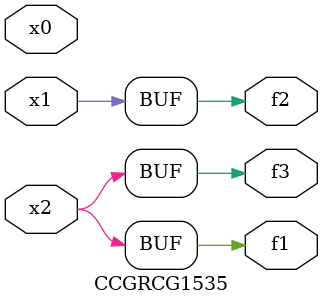
<source format=v>
module CCGRCG1535(
	input x0, x1, x2,
	output f1, f2, f3
);
	assign f1 = x2;
	assign f2 = x1;
	assign f3 = x2;
endmodule

</source>
